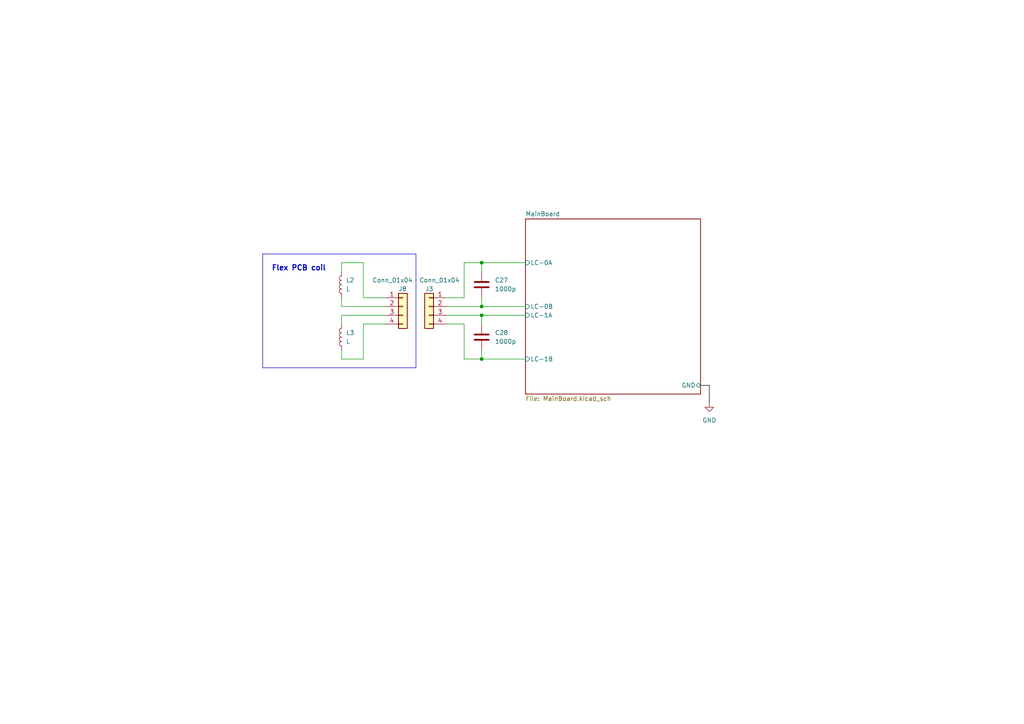
<source format=kicad_sch>
(kicad_sch (version 20230121) (generator eeschema)
  (paper "A4")
  (lib_symbols
    (symbol "Connector_Generic:Conn_01x04" (pin_names (offset 1.016) hide)
      (property "Reference" "J" (at 0 5.08 0))
      (property "Value" "Conn_01x04" (at 0 -7.62 0))
      (symbol "Conn_01x04_1_1"
        (rectangle (start -1.27 -4.953) (end 0 -5.207) (stroke (width 0.1524)))
        (rectangle (start -1.27 -2.413) (end 0 -2.667) (stroke (width 0.1524)))
        (rectangle (start -1.27 0.127) (end 0 -0.127) (stroke (width 0.1524)))
        (rectangle (start -1.27 2.667) (end 0 2.413) (stroke (width 0.1524)))
        (rectangle (start -1.27 3.81) (end 1.27 -6.35) (stroke (width 0.254)) (fill (type background)))
        (pin passive line (at -5.08 2.54 0) (length 3.81) (name "Pin_1") (number "1"))
        (pin passive line (at -5.08 0 0) (length 3.81) (name "Pin_2") (number "2"))
        (pin passive line (at -5.08 -2.54 0) (length 3.81) (name "Pin_3") (number "3"))
        (pin passive line (at -5.08 -5.08 0) (length 3.81) (name "Pin_4") (number "4"))
      )
    )
    (symbol "Device:C" (pin_numbers hide) (pin_names (offset 0.254))
      (property "Reference" "C" (at 0.635 2.54 0))
      (property "Value" "C" (at 0.635 -2.54 0))
      (symbol "C_0_1"
        (polyline (pts (xy -2.032 -0.762) (xy 2.032 -0.762)) (stroke (width 0.508)))
        (polyline (pts (xy -2.032 0.762) (xy 2.032 0.762)) (stroke (width 0.508)))
      )
      (symbol "C_1_1"
        (pin passive line (at 0 3.81 270) (length 2.794) (name "~") (number "1"))
        (pin passive line (at 0 -3.81 90) (length 2.794) (name "~") (number "2"))
      )
    )
    (symbol "Device:L" (pin_numbers hide) (pin_names (offset 1.016) hide)
      (property "Reference" "L" (at -1.27 0 90))
      (property "Value" "L" (at 1.905 0 90))
      (symbol "L_0_1"
        (arc (start 0 -2.54) (mid 0.6323 -1.905) (end 0 -1.27))
        (arc (start 0 -1.27) (mid 0.6323 -0.635) (end 0 0))
        (arc (start 0 0) (mid 0.6323 0.635) (end 0 1.27))
        (arc (start 0 1.27) (mid 0.6323 1.905) (end 0 2.54))
      )
      (symbol "L_1_1"
        (pin passive line (at 0 3.81 270) (length 1.27) (name "1") (number "1"))
        (pin passive line (at 0 -3.81 90) (length 1.27) (name "2") (number "2"))
      )
    )
    (symbol "power:GND" (power) (pin_names (offset 0))
      (property "Value" "GND" (at 0 -3.81 0))
      (symbol "GND_0_1"
        (polyline (pts (xy 0 0) (xy 0 -1.27) (xy 1.27 -1.27) (xy 0 -2.54) (xy -1.27 -1.27) (xy 0 -1.27)))
      )
      (symbol "GND_1_1"
        (pin power_in line (at 0 0 270) (length 0) hide (name "GND") (number "1"))
      )
    )
  )
  (junction (at 139.7 88.9))
  (junction (at 139.7 91.44))
  (junction (at 139.7 76.2))
  (junction (at 139.7 104.14))
  (wire (pts (xy 134.62 76.2) (xy 139.7 76.2)))
  (wire (pts (xy 99.06 76.2) (xy 99.06 78.74)))
  (wire (pts (xy 139.7 104.14) (xy 134.62 104.14)))
  (wire (pts (xy 139.7 76.2) (xy 139.7 78.74)))
  (wire (pts (xy 111.76 86.36) (xy 105.41 86.36)))
  (wire (pts (xy 205.74 111.76) (xy 205.74 116.84)) (stroke (width 0) (color 0 0 0 1)))
  (wire (pts (xy 139.7 104.14) (xy 139.7 101.6)))
  (wire (pts (xy 152.4 76.2) (xy 139.7 76.2)))
  (wire (pts (xy 129.54 86.36) (xy 134.62 86.36)))
  (wire (pts (xy 105.41 76.2) (xy 99.06 76.2)))
  (wire (pts (xy 111.76 88.9) (xy 99.06 88.9)))
  (wire (pts (xy 152.4 88.9) (xy 139.7 88.9)))
  (wire (pts (xy 105.41 93.98) (xy 111.76 93.98)))
  (wire (pts (xy 139.7 88.9) (xy 139.7 86.36)))
  (wire (pts (xy 99.06 91.44) (xy 99.06 93.98)))
  (wire (pts (xy 134.62 76.2) (xy 134.62 86.36)))
  (wire (pts (xy 134.62 93.98) (xy 129.54 93.98)))
  (wire (pts (xy 99.06 91.44) (xy 111.76 91.44)))
  (wire (pts (xy 99.06 104.14) (xy 105.41 104.14)))
  (wire (pts (xy 99.06 86.36) (xy 99.06 88.9)))
  (wire (pts (xy 99.06 101.6) (xy 99.06 104.14)))
  (wire (pts (xy 134.62 93.98) (xy 134.62 104.14)))
  (wire (pts (xy 203.2 111.76) (xy 205.74 111.76)) (stroke (width 0) (color 0 0 0 1)))
  (wire (pts (xy 139.7 88.9) (xy 129.54 88.9)))
  (wire (pts (xy 152.4 104.14) (xy 139.7 104.14)))
  (wire (pts (xy 105.41 76.2) (xy 105.41 86.36)))
  (wire (pts (xy 129.54 91.44) (xy 139.7 91.44)))
  (wire (pts (xy 152.4 91.44) (xy 139.7 91.44)))
  (wire (pts (xy 139.7 91.44) (xy 139.7 93.98)))
  (wire (pts (xy 105.41 93.98) (xy 105.41 104.14)))
  (rectangle (start 76.2 73.66) (end 120.65 106.68))
  (text "Flex PCB coil" (at 78.74 78.74 0) (effects (font (size 1.5 1.5) (thickness 0.3) bold) (justify left bottom)))
  (symbol (lib_id "Connector_Generic:Conn_01x04") (at 124.46 88.9 0) (mirror y) (unit 1)
    (property "Reference" "J3" (at 125.73 83.82 0) (effects (justify left)))
    (property "Value" "Conn_01x04" (at 133.35 81.28 0) (effects (justify left)))
    (property "Footprint" "RKL-Connectors:FFC-FPC_1x04_0.5mm" (effects hide))
  )
  (symbol (lib_id "Device:L") (at 99.06 97.79 0) (mirror y) (unit 1)
    (property "Reference" "L3" (at 100.33 96.52 0) (effects (justify right)))
    (property "Value" "L" (at 100.33 99.06 0) (effects (justify right)))
    (property "Footprint" "RKL-Inductors:PCB_coil_linear_N24" (effects hide))
    (property "JLCPCB_IGNORE" "ignore" (effects hide))
  )
  (symbol (lib_id "Device:C") (at 139.7 97.79 180) (unit 1)
    (property "Reference" "C28" (at 143.51 96.52 0) (effects (justify right)))
    (property "Value" "1000p" (at 143.51 99.06 0) (effects (justify right)))
    (property "Footprint" "Capacitor_SMD:C_0201_0603Metric" (effects hide))
    (property "LCSC" "C66942" (effects hide))
    (property "Basic/Extended" "E" (effects hide))
    (property "info" "50V, X7R" (effects hide))
  )
  (symbol (lib_id "Device:L") (at 99.06 82.55 0) (mirror y) (unit 1)
    (property "Reference" "L2" (at 100.33 81.28 0) (effects (justify right)))
    (property "Value" "L" (at 100.33 83.82 0) (effects (justify right)))
    (property "Footprint" "RKL-Inductors:PCB_coil_linear_N24" (effects hide))
    (property "JLCPCB_IGNORE" "ignore" (effects hide))
  )
  (symbol (lib_id "Connector_Generic:Conn_01x04") (at 116.84 88.9 0) (unit 1)
    (property "Reference" "J8" (at 115.57 83.82 0) (effects (justify left)))
    (property "Value" "Conn_01x04" (at 107.95 81.28 0) (effects (justify left)))
    (property "Footprint" "RKL-Connectors:FFC-FPC_1x04_0.5mm_cable" (effects hide))
  )
  (symbol (lib_id "Device:C") (at 139.7 82.55 180) (unit 1)
    (property "Reference" "C27" (at 143.51 81.28 0) (effects (justify right)))
    (property "Value" "1000p" (at 143.51 83.82 0) (effects (justify right)))
    (property "Footprint" "Capacitor_SMD:C_0201_0603Metric" (effects hide))
    (property "LCSC" "C66942" (effects hide))
    (property "Basic/Extended" "E" (effects hide))
    (property "info" "50V, X7R" (effects hide))
  )
  (symbol (lib_id "power:GND") (at 205.74 116.84 0) (unit 1)
    (property "Reference" "#PWR01" (effects hide))
    (property "Value" "GND" (at 205.74 121.92 0))
  )
  (sheet (at 152.4 63.5) (size 50.8 50.8) (stroke (width 0.1524))
    (property "Sheetname" "MainBoard" (at 152.4 62.7884 0) (effects (justify left bottom)))
    (property "Sheetfile" "MainBoard.kicad_sch" (at 152.4 114.8846 0) (effects (justify left top)))
    (pin "GND" bidirectional (at 203.2 111.76 0))
    (pin "LC-0A" input (at 152.4 76.2 180))
    (pin "LC-1A" input (at 152.4 91.44 180))
    (pin "LC-0B" input (at 152.4 88.9 180))
    (pin "LC-1B" input (at 152.4 104.14 180))
  )
)
</source>
